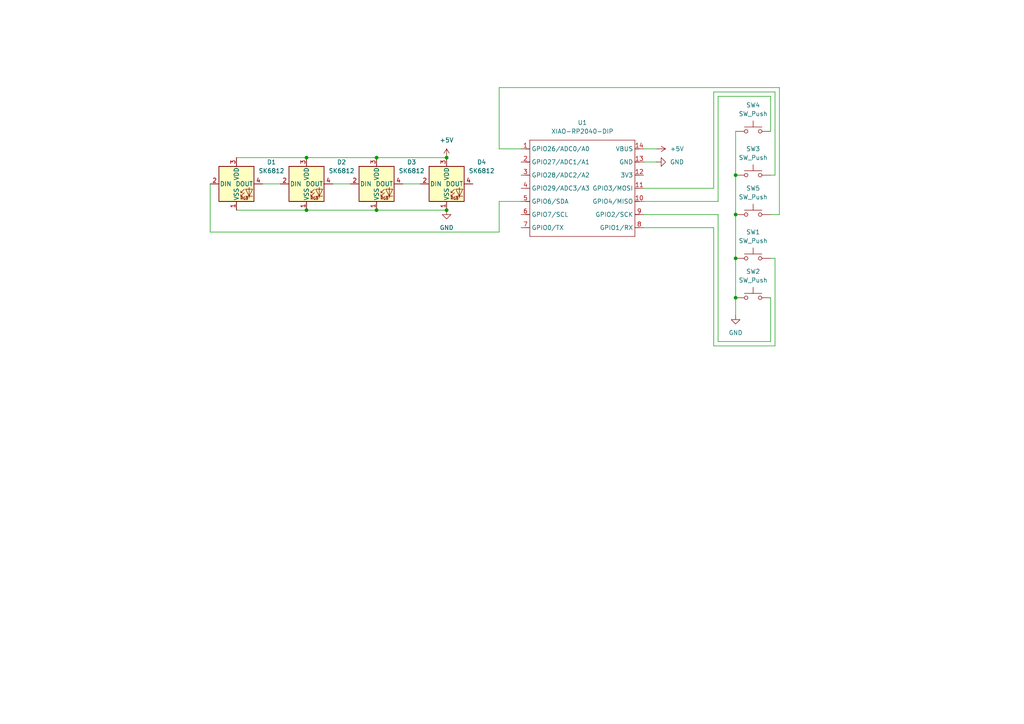
<source format=kicad_sch>
(kicad_sch (version 20231120) (generator "eeschema") (generator_version "8.0")
  (paper "A4")
  (lib_symbols
    (symbol "LED:SK6812" (pin_names (offset 0.254))
      (property "Reference" "D" (at 5.08 5.715 0))
      (property "Value" "SK6812" (at 1.27 -5.715 0))
      (symbol "SK6812_0_0"
        (text "RGB" (at 2.286 -4.191 0) (effects (font (size 0.762 0.762))))
      )
      (symbol "SK6812_0_1"
        (polyline (pts (xy 1.27 -3.556) (xy 1.778 -3.556)))
        (polyline (pts (xy 1.27 -2.54) (xy 1.778 -2.54)))
        (polyline (pts (xy 4.699 -3.556) (xy 2.667 -3.556)))
        (polyline (pts (xy 2.286 -2.54) (xy 1.27 -3.556) (xy 1.27 -3.048)))
        (polyline (pts (xy 2.286 -1.524) (xy 1.27 -2.54) (xy 1.27 -2.032)))
        (polyline (pts (xy 3.683 -1.016) (xy 3.683 -3.556) (xy 3.683 -4.064)))
        (polyline (pts (xy 4.699 -1.524) (xy 2.667 -1.524) (xy 3.683 -3.556) (xy 4.699 -1.524)))
        (rectangle (start 5.08 5.08) (end -5.08 -5.08) (stroke (width 0.254)) (fill (type background)))
      )
      (symbol "SK6812_1_1"
        (pin power_in line (at 0 -7.62 90) (length 2.54) (name "VSS") (number "1"))
        (pin input line (at -7.62 0 0) (length 2.54) (name "DIN") (number "2"))
        (pin power_in line (at 0 7.62 270) (length 2.54) (name "VDD") (number "3"))
        (pin output line (at 7.62 0 180) (length 2.54) (name "DOUT") (number "4"))
      )
    )
    (symbol "OPL:XIAO-RP2040-DIP"
      (property "Reference" "U" (at 0 0 0))
      (property "Value" "XIAO-RP2040-DIP" (at 5.334 -1.778 0))
      (symbol "XIAO-RP2040-DIP_1_0"
        (polyline (pts (xy -1.27 -30.48) (xy -1.27 -16.51)) (stroke (width 0.1524)))
        (polyline (pts (xy -1.27 -27.94) (xy -2.54 -27.94)) (stroke (width 0.1524)))
        (polyline (pts (xy -1.27 -24.13) (xy -2.54 -24.13)) (stroke (width 0.1524)))
        (polyline (pts (xy -1.27 -20.32) (xy -2.54 -20.32)) (stroke (width 0.1524)))
        (polyline (pts (xy -1.27 -16.51) (xy -2.54 -16.51)) (stroke (width 0.1524)))
        (polyline (pts (xy -1.27 -16.51) (xy -1.27 -12.7)) (stroke (width 0.1524)))
        (polyline (pts (xy -1.27 -12.7) (xy -2.54 -12.7)) (stroke (width 0.1524)))
        (polyline (pts (xy -1.27 -12.7) (xy -1.27 -8.89)) (stroke (width 0.1524)))
        (polyline (pts (xy -1.27 -8.89) (xy -2.54 -8.89)) (stroke (width 0.1524)))
        (polyline (pts (xy -1.27 -8.89) (xy -1.27 -5.08)) (stroke (width 0.1524)))
        (polyline (pts (xy -1.27 -5.08) (xy -2.54 -5.08)) (stroke (width 0.1524)))
        (polyline (pts (xy -1.27 -5.08) (xy -1.27 -2.54)) (stroke (width 0.1524)))
        (polyline (pts (xy -1.27 -2.54) (xy 29.21 -2.54)) (stroke (width 0.1524)))
        (polyline (pts (xy 29.21 -30.48) (xy -1.27 -30.48)) (stroke (width 0.1524)))
        (polyline (pts (xy 29.21 -12.7) (xy 29.21 -30.48)) (stroke (width 0.1524)))
        (polyline (pts (xy 29.21 -8.89) (xy 29.21 -12.7)) (stroke (width 0.1524)))
        (polyline (pts (xy 29.21 -5.08) (xy 29.21 -8.89)) (stroke (width 0.1524)))
        (polyline (pts (xy 29.21 -2.54) (xy 29.21 -5.08)) (stroke (width 0.1524)))
        (polyline (pts (xy 30.48 -27.94) (xy 29.21 -27.94)) (stroke (width 0.1524)))
        (polyline (pts (xy 30.48 -24.13) (xy 29.21 -24.13)) (stroke (width 0.1524)))
        (polyline (pts (xy 30.48 -20.32) (xy 29.21 -20.32)) (stroke (width 0.1524)))
        (polyline (pts (xy 30.48 -16.51) (xy 29.21 -16.51)) (stroke (width 0.1524)))
        (polyline (pts (xy 30.48 -12.7) (xy 29.21 -12.7)) (stroke (width 0.1524)))
        (polyline (pts (xy 30.48 -8.89) (xy 29.21 -8.89)) (stroke (width 0.1524)))
        (polyline (pts (xy 30.48 -5.08) (xy 29.21 -5.08)) (stroke (width 0.1524)))
        (pin passive line (at -3.81 -5.08 0) (length 2.54) (name "GPIO26/ADC0/A0") (number "1"))
        (pin passive line (at 31.75 -20.32 180) (length 2.54) (name "GPIO4/MISO") (number "10"))
        (pin passive line (at 31.75 -16.51 180) (length 2.54) (name "GPIO3/MOSI") (number "11"))
        (pin passive line (at 31.75 -12.7 180) (length 2.54) (name "3V3") (number "12"))
        (pin passive line (at 31.75 -8.89 180) (length 2.54) (name "GND") (number "13"))
        (pin passive line (at 31.75 -5.08 180) (length 2.54) (name "VBUS") (number "14"))
        (pin passive line (at -3.81 -8.89 0) (length 2.54) (name "GPIO27/ADC1/A1") (number "2"))
        (pin passive line (at -3.81 -12.7 0) (length 2.54) (name "GPIO28/ADC2/A2") (number "3"))
        (pin passive line (at -3.81 -16.51 0) (length 2.54) (name "GPIO29/ADC3/A3") (number "4"))
        (pin passive line (at -3.81 -20.32 0) (length 2.54) (name "GPIO6/SDA") (number "5"))
        (pin passive line (at -3.81 -24.13 0) (length 2.54) (name "GPIO7/SCL") (number "6"))
        (pin passive line (at -3.81 -27.94 0) (length 2.54) (name "GPIO0/TX") (number "7"))
        (pin passive line (at 31.75 -27.94 180) (length 2.54) (name "GPIO1/RX") (number "8"))
        (pin passive line (at 31.75 -24.13 180) (length 2.54) (name "GPIO2/SCK") (number "9"))
      )
    )
    (symbol "Switch:SW_Push" (pin_numbers hide) (pin_names (offset 1.016) hide)
      (property "Reference" "SW" (at 1.27 2.54 0))
      (property "Value" "SW_Push" (at 0 -1.524 0))
      (symbol "SW_Push_0_1"
        (circle (center -2.032 0) (radius 0.508))
        (polyline (pts (xy 0 1.27) (xy 0 3.048)))
        (polyline (pts (xy 2.54 1.27) (xy -2.54 1.27)))
        (circle (center 2.032 0) (radius 0.508))
        (pin passive line (at -5.08 0 0) (length 2.54) (name "1") (number "1"))
        (pin passive line (at 5.08 0 180) (length 2.54) (name "2") (number "2"))
      )
    )
    (symbol "power:+5V" (power) (pin_numbers hide) (pin_names (offset 0) hide)
      (property "Value" "+5V" (at 0 3.556 0))
      (symbol "+5V_0_1"
        (polyline (pts (xy -0.762 1.27) (xy 0 2.54)))
        (polyline (pts (xy 0 0) (xy 0 2.54)))
        (polyline (pts (xy 0 2.54) (xy 0.762 1.27)))
      )
      (symbol "+5V_1_1"
        (pin power_in line (at 0 0 90) (length 0) (name "~") (number "1"))
      )
    )
    (symbol "power:GND" (power) (pin_numbers hide) (pin_names (offset 0) hide)
      (property "Value" "GND" (at 0 -3.81 0))
      (symbol "GND_0_1"
        (polyline (pts (xy 0 0) (xy 0 -1.27) (xy 1.27 -1.27) (xy 0 -2.54) (xy -1.27 -1.27) (xy 0 -1.27)))
      )
      (symbol "GND_1_1"
        (pin power_in line (at 0 0 270) (length 0) (name "~") (number "1"))
      )
    )
  )
  (junction (at 129.54 45.72))
  (junction (at 109.22 60.96))
  (junction (at 88.9 60.96))
  (junction (at 88.9 45.72))
  (junction (at 213.36 74.93))
  (junction (at 213.36 62.23))
  (junction (at 213.36 50.8))
  (junction (at 109.22 45.72))
  (junction (at 129.54 60.96))
  (junction (at 213.36 86.36))
  (wire (pts (xy 208.28 62.23) (xy 186.69 62.23)))
  (wire (pts (xy 223.52 38.1) (xy 223.52 27.94)))
  (wire (pts (xy 223.52 50.8) (xy 224.79 50.8)))
  (wire (pts (xy 96.52 53.34) (xy 101.6 53.34)))
  (wire (pts (xy 207.01 26.67) (xy 207.01 54.61)))
  (wire (pts (xy 60.96 53.34) (xy 60.96 67.31)))
  (wire (pts (xy 213.36 62.23) (xy 213.36 74.93)))
  (wire (pts (xy 223.52 27.94) (xy 208.28 27.94)))
  (wire (pts (xy 213.36 86.36) (xy 213.36 91.44)))
  (wire (pts (xy 207.01 54.61) (xy 186.69 54.61)))
  (wire (pts (xy 208.28 27.94) (xy 208.28 58.42)))
  (wire (pts (xy 109.22 60.96) (xy 129.54 60.96)))
  (wire (pts (xy 60.96 67.31) (xy 144.78 67.31)))
  (wire (pts (xy 224.79 100.33) (xy 207.01 100.33)))
  (wire (pts (xy 144.78 67.31) (xy 144.78 58.42)))
  (wire (pts (xy 208.28 58.42) (xy 186.69 58.42)))
  (wire (pts (xy 68.58 60.96) (xy 88.9 60.96)))
  (wire (pts (xy 144.78 25.4) (xy 144.78 43.18)))
  (wire (pts (xy 116.84 53.34) (xy 121.92 53.34)))
  (wire (pts (xy 223.52 86.36) (xy 223.52 99.06)))
  (wire (pts (xy 208.28 99.06) (xy 208.28 62.23)))
  (wire (pts (xy 207.01 66.04) (xy 186.69 66.04)))
  (wire (pts (xy 88.9 45.72) (xy 109.22 45.72)))
  (wire (pts (xy 224.79 74.93) (xy 224.79 100.33)))
  (wire (pts (xy 224.79 50.8) (xy 224.79 26.67)))
  (wire (pts (xy 213.36 50.8) (xy 213.36 62.23)))
  (wire (pts (xy 186.69 43.18) (xy 190.5 43.18)))
  (wire (pts (xy 226.06 25.4) (xy 144.78 25.4)))
  (wire (pts (xy 88.9 60.96) (xy 109.22 60.96)))
  (wire (pts (xy 144.78 58.42) (xy 151.13 58.42)))
  (wire (pts (xy 68.58 45.72) (xy 88.9 45.72)))
  (wire (pts (xy 213.36 74.93) (xy 213.36 86.36)))
  (wire (pts (xy 109.22 45.72) (xy 129.54 45.72)))
  (wire (pts (xy 76.2 53.34) (xy 81.28 53.34)))
  (wire (pts (xy 223.52 74.93) (xy 224.79 74.93)))
  (wire (pts (xy 207.01 100.33) (xy 207.01 66.04)))
  (wire (pts (xy 224.79 26.67) (xy 207.01 26.67)))
  (wire (pts (xy 223.52 62.23) (xy 226.06 62.23)))
  (wire (pts (xy 186.69 46.99) (xy 190.5 46.99)))
  (wire (pts (xy 223.52 99.06) (xy 208.28 99.06)))
  (wire (pts (xy 226.06 62.23) (xy 226.06 25.4)))
  (wire (pts (xy 213.36 38.1) (xy 213.36 50.8)))
  (wire (pts (xy 144.78 43.18) (xy 151.13 43.18)))
  (symbol (lib_id "OPL:XIAO-RP2040-DIP") (at 154.94 38.1 0) (unit 1)
    (property "Reference" "U1" (at 168.91 35.56 0))
    (property "Value" "XIAO-RP2040-DIP" (at 168.91 38.1 0))
    (property "Footprint" "OPL:XIAO-RP2040-DIP" (effects (hide yes)))
  )
  (symbol (lib_id "power:GND") (at 213.36 91.44 0) (unit 1)
    (property "Reference" "#PWR05" (effects (hide yes)))
    (property "Value" "GND" (at 213.36 96.52 0))
    (property "Description" "Power symbol creates a global label with name \"GND\" , ground" (effects (hide yes)))
  )
  (symbol (lib_id "power:GND") (at 190.5 46.99 90) (unit 1)
    (property "Reference" "#PWR02" (effects (hide yes)))
    (property "Value" "GND" (at 194.31 46.9899 90) (effects (justify right)))
    (property "Description" "Power symbol creates a global label with name \"GND\" , ground" (effects (hide yes)))
  )
  (symbol (lib_id "Switch:SW_Push") (at 218.44 86.36 0) (unit 1)
    (property "Reference" "SW2" (at 218.44 78.74 0))
    (property "Value" "SW_Push" (at 218.44 81.28 0))
    (property "Footprint" "Button_Switch_Keyboard:SW_Cherry_MX_1.00u_PCB" (effects (hide yes)))
    (property "Description" "Push button switch, generic, two pins" (effects (hide yes)))
  )
  (symbol (lib_id "LED:SK6812") (at 88.9 53.34 0) (unit 1)
    (property "Reference" "D2" (at 99.06 47.0214 0))
    (property "Value" "SK6812" (at 99.06 49.5614 0))
    (property "Footprint" "LED_SMD:LED_SK6812MINI_PLCC4_3.5x3.5mm_P1.75mm" (effects (hide yes)))
    (property "Datasheet" "https://cdn-shop.adafruit.com/product-files/1138/SK6812+LED+datasheet+.pdf" (effects (hide yes)))
    (property "Description" "RGB LED with integrated controller" (effects (hide yes)))
  )
  (symbol (lib_id "power:GND") (at 129.54 60.96 0) (unit 1)
    (property "Reference" "#PWR04" (effects (hide yes)))
    (property "Value" "GND" (at 129.54 66.04 0))
    (property "Description" "Power symbol creates a global label with name \"GND\" , ground" (effects (hide yes)))
  )
  (symbol (lib_id "LED:SK6812") (at 129.54 53.34 0) (unit 1)
    (property "Reference" "D4" (at 139.7 47.0214 0))
    (property "Value" "SK6812" (at 139.7 49.5614 0))
    (property "Footprint" "LED_SMD:LED_SK6812MINI_PLCC4_3.5x3.5mm_P1.75mm" (effects (hide yes)))
    (property "Datasheet" "https://cdn-shop.adafruit.com/product-files/1138/SK6812+LED+datasheet+.pdf" (effects (hide yes)))
    (property "Description" "RGB LED with integrated controller" (effects (hide yes)))
  )
  (symbol (lib_id "Switch:SW_Push") (at 218.44 74.93 0) (unit 1)
    (property "Reference" "SW1" (at 218.44 67.31 0))
    (property "Value" "SW_Push" (at 218.44 69.85 0))
    (property "Footprint" "Button_Switch_Keyboard:SW_Cherry_MX_1.00u_PCB" (effects (hide yes)))
    (property "Description" "Push button switch, generic, two pins" (effects (hide yes)))
  )
  (symbol (lib_id "LED:SK6812") (at 109.22 53.34 0) (unit 1)
    (property "Reference" "D3" (at 119.38 47.0214 0))
    (property "Value" "SK6812" (at 119.38 49.5614 0))
    (property "Footprint" "LED_SMD:LED_SK6812MINI_PLCC4_3.5x3.5mm_P1.75mm" (effects (hide yes)))
    (property "Datasheet" "https://cdn-shop.adafruit.com/product-files/1138/SK6812+LED+datasheet+.pdf" (effects (hide yes)))
    (property "Description" "RGB LED with integrated controller" (effects (hide yes)))
  )
  (symbol (lib_id "power:+5V") (at 190.5 43.18 270) (unit 1)
    (property "Reference" "#PWR01" (effects (hide yes)))
    (property "Value" "+5V" (at 194.31 43.1799 90) (effects (justify left)))
    (property "Description" "Power symbol creates a global label with name \"+5V\"" (effects (hide yes)))
  )
  (symbol (lib_id "Switch:SW_Push") (at 218.44 62.23 0) (unit 1)
    (property "Reference" "SW5" (at 218.44 54.61 0))
    (property "Value" "SW_Push" (at 218.44 57.15 0))
    (property "Footprint" "Button_Switch_Keyboard:SW_Cherry_MX_1.00u_PCB" (effects (hide yes)))
    (property "Description" "Push button switch, generic, two pins" (effects (hide yes)))
  )
  (symbol (lib_id "power:+5V") (at 129.54 45.72 0) (unit 1)
    (property "Reference" "#PWR03" (effects (hide yes)))
    (property "Value" "+5V" (at 129.54 40.64 0))
    (property "Description" "Power symbol creates a global label with name \"+5V\"" (effects (hide yes)))
  )
  (symbol (lib_id "Switch:SW_Push") (at 218.44 38.1 0) (unit 1)
    (property "Reference" "SW4" (at 218.44 30.48 0))
    (property "Value" "SW_Push" (at 218.44 33.02 0))
    (property "Footprint" "Button_Switch_Keyboard:SW_Cherry_MX_1.00u_PCB" (effects (hide yes)))
    (property "Description" "Push button switch, generic, two pins" (effects (hide yes)))
  )
  (symbol (lib_id "Switch:SW_Push") (at 218.44 50.8 0) (unit 1)
    (property "Reference" "SW3" (at 218.44 43.18 0))
    (property "Value" "SW_Push" (at 218.44 45.72 0))
    (property "Footprint" "Button_Switch_Keyboard:SW_Cherry_MX_1.00u_PCB" (effects (hide yes)))
    (property "Description" "Push button switch, generic, two pins" (effects (hide yes)))
  )
  (symbol (lib_id "LED:SK6812") (at 68.58 53.34 0) (unit 1)
    (property "Reference" "D1" (at 78.74 47.0214 0))
    (property "Value" "SK6812" (at 78.74 49.5614 0))
    (property "Footprint" "LED_SMD:LED_SK6812MINI_PLCC4_3.5x3.5mm_P1.75mm" (effects (hide yes)))
    (property "Datasheet" "https://cdn-shop.adafruit.com/product-files/1138/SK6812+LED+datasheet+.pdf" (effects (hide yes)))
    (property "Description" "RGB LED with integrated controller" (effects (hide yes)))
  )
)
</source>
